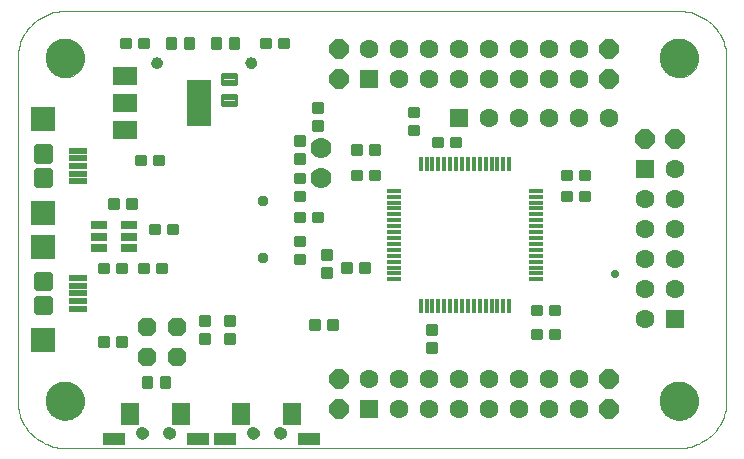
<source format=gts>
G75*
%MOIN*%
%OFA0B0*%
%FSLAX24Y24*%
%IPPOS*%
%LPD*%
%AMOC8*
5,1,8,0,0,1.08239X$1,22.5*
%
%ADD10C,0.0098*%
%ADD11R,0.0827X0.0631*%
%ADD12R,0.0827X0.1536*%
%ADD13C,0.0110*%
%ADD14OC8,0.0640*%
%ADD15R,0.0512X0.0134*%
%ADD16R,0.0134X0.0512*%
%ADD17OC8,0.0360*%
%ADD18R,0.0631X0.0631*%
%ADD19C,0.0631*%
%ADD20C,0.0000*%
%ADD21C,0.1300*%
%ADD22R,0.0560X0.0260*%
%ADD23C,0.0700*%
%ADD24OC8,0.0631*%
%ADD25C,0.0085*%
%ADD26R,0.0638X0.0190*%
%ADD27C,0.0192*%
%ADD28R,0.0788X0.0788*%
%ADD29R,0.0590X0.0740*%
%ADD30R,0.0740X0.0440*%
%ADD31C,0.0414*%
%ADD32C,0.0390*%
%ADD33C,0.0290*%
D10*
X007091Y007112D02*
X007383Y007112D01*
X007383Y006820D01*
X007091Y006820D01*
X007091Y007112D01*
X007091Y006917D02*
X007383Y006917D01*
X007383Y007014D02*
X007091Y007014D01*
X007091Y007111D02*
X007383Y007111D01*
X007691Y007112D02*
X007983Y007112D01*
X007983Y006820D01*
X007691Y006820D01*
X007691Y007112D01*
X007691Y006917D02*
X007983Y006917D01*
X007983Y007014D02*
X007691Y007014D01*
X007691Y007111D02*
X007983Y007111D01*
X010763Y007212D02*
X010763Y006920D01*
X010471Y006920D01*
X010471Y007212D01*
X010763Y007212D01*
X010763Y007017D02*
X010471Y007017D01*
X010471Y007114D02*
X010763Y007114D01*
X010763Y007211D02*
X010471Y007211D01*
X010763Y007520D02*
X010763Y007812D01*
X010763Y007520D02*
X010471Y007520D01*
X010471Y007812D01*
X010763Y007812D01*
X010763Y007617D02*
X010471Y007617D01*
X010471Y007714D02*
X010763Y007714D01*
X010763Y007811D02*
X010471Y007811D01*
X011596Y007812D02*
X011596Y007520D01*
X011304Y007520D01*
X011304Y007812D01*
X011596Y007812D01*
X011596Y007617D02*
X011304Y007617D01*
X011304Y007714D02*
X011596Y007714D01*
X011596Y007811D02*
X011304Y007811D01*
X011596Y007212D02*
X011596Y006920D01*
X011304Y006920D01*
X011304Y007212D01*
X011596Y007212D01*
X011596Y007017D02*
X011304Y007017D01*
X011304Y007114D02*
X011596Y007114D01*
X011596Y007211D02*
X011304Y007211D01*
X014141Y007390D02*
X014433Y007390D01*
X014141Y007390D02*
X014141Y007682D01*
X014433Y007682D01*
X014433Y007390D01*
X014433Y007487D02*
X014141Y007487D01*
X014141Y007584D02*
X014433Y007584D01*
X014433Y007681D02*
X014141Y007681D01*
X014741Y007390D02*
X015033Y007390D01*
X014741Y007390D02*
X014741Y007682D01*
X015033Y007682D01*
X015033Y007390D01*
X015033Y007487D02*
X014741Y007487D01*
X014741Y007584D02*
X015033Y007584D01*
X015033Y007681D02*
X014741Y007681D01*
X014813Y009110D02*
X014813Y009402D01*
X014813Y009110D02*
X014521Y009110D01*
X014521Y009402D01*
X014813Y009402D01*
X014813Y009207D02*
X014521Y009207D01*
X014521Y009304D02*
X014813Y009304D01*
X014813Y009401D02*
X014521Y009401D01*
X014813Y009710D02*
X014813Y010002D01*
X014813Y009710D02*
X014521Y009710D01*
X014521Y010002D01*
X014813Y010002D01*
X014813Y009807D02*
X014521Y009807D01*
X014521Y009904D02*
X014813Y009904D01*
X014813Y010001D02*
X014521Y010001D01*
X013641Y009862D02*
X013641Y009570D01*
X013641Y009862D02*
X013933Y009862D01*
X013933Y009570D01*
X013641Y009570D01*
X013641Y009667D02*
X013933Y009667D01*
X013933Y009764D02*
X013641Y009764D01*
X013641Y009861D02*
X013933Y009861D01*
X013641Y010170D02*
X013641Y010462D01*
X013933Y010462D01*
X013933Y010170D01*
X013641Y010170D01*
X013641Y010267D02*
X013933Y010267D01*
X013933Y010364D02*
X013641Y010364D01*
X013641Y010461D02*
X013933Y010461D01*
X013933Y010970D02*
X013641Y010970D01*
X013641Y011262D01*
X013933Y011262D01*
X013933Y010970D01*
X013933Y011067D02*
X013641Y011067D01*
X013641Y011164D02*
X013933Y011164D01*
X013933Y011261D02*
X013641Y011261D01*
X013933Y011670D02*
X013933Y011962D01*
X013933Y011670D02*
X013641Y011670D01*
X013641Y011962D01*
X013933Y011962D01*
X013933Y011767D02*
X013641Y011767D01*
X013641Y011864D02*
X013933Y011864D01*
X013933Y011961D02*
X013641Y011961D01*
X013933Y012270D02*
X013933Y012562D01*
X013933Y012270D02*
X013641Y012270D01*
X013641Y012562D01*
X013933Y012562D01*
X013933Y012367D02*
X013641Y012367D01*
X013641Y012464D02*
X013933Y012464D01*
X013933Y012561D02*
X013641Y012561D01*
X013933Y012930D02*
X013933Y013222D01*
X013933Y012930D02*
X013641Y012930D01*
X013641Y013222D01*
X013933Y013222D01*
X013933Y013027D02*
X013641Y013027D01*
X013641Y013124D02*
X013933Y013124D01*
X013933Y013221D02*
X013641Y013221D01*
X013933Y013530D02*
X013933Y013822D01*
X013933Y013530D02*
X013641Y013530D01*
X013641Y013822D01*
X013933Y013822D01*
X013933Y013627D02*
X013641Y013627D01*
X013641Y013724D02*
X013933Y013724D01*
X013933Y013821D02*
X013641Y013821D01*
X014533Y014020D02*
X014533Y014312D01*
X014533Y014020D02*
X014241Y014020D01*
X014241Y014312D01*
X014533Y014312D01*
X014533Y014117D02*
X014241Y014117D01*
X014241Y014214D02*
X014533Y014214D01*
X014533Y014311D02*
X014241Y014311D01*
X014533Y014620D02*
X014533Y014912D01*
X014533Y014620D02*
X014241Y014620D01*
X014241Y014912D01*
X014533Y014912D01*
X014533Y014717D02*
X014241Y014717D01*
X014241Y014814D02*
X014533Y014814D01*
X014533Y014911D02*
X014241Y014911D01*
X015541Y013512D02*
X015833Y013512D01*
X015833Y013220D01*
X015541Y013220D01*
X015541Y013512D01*
X015541Y013317D02*
X015833Y013317D01*
X015833Y013414D02*
X015541Y013414D01*
X015541Y013511D02*
X015833Y013511D01*
X016141Y013512D02*
X016433Y013512D01*
X016433Y013220D01*
X016141Y013220D01*
X016141Y013512D01*
X016141Y013317D02*
X016433Y013317D01*
X016433Y013414D02*
X016141Y013414D01*
X016141Y013511D02*
X016433Y013511D01*
X017733Y013870D02*
X017733Y014162D01*
X017733Y013870D02*
X017441Y013870D01*
X017441Y014162D01*
X017733Y014162D01*
X017733Y013967D02*
X017441Y013967D01*
X017441Y014064D02*
X017733Y014064D01*
X017733Y014161D02*
X017441Y014161D01*
X017733Y014470D02*
X017733Y014762D01*
X017733Y014470D02*
X017441Y014470D01*
X017441Y014762D01*
X017733Y014762D01*
X017733Y014567D02*
X017441Y014567D01*
X017441Y014664D02*
X017733Y014664D01*
X017733Y014761D02*
X017441Y014761D01*
X018241Y013762D02*
X018533Y013762D01*
X018533Y013470D01*
X018241Y013470D01*
X018241Y013762D01*
X018241Y013567D02*
X018533Y013567D01*
X018533Y013664D02*
X018241Y013664D01*
X018241Y013761D02*
X018533Y013761D01*
X018841Y013762D02*
X019133Y013762D01*
X019133Y013470D01*
X018841Y013470D01*
X018841Y013762D01*
X018841Y013567D02*
X019133Y013567D01*
X019133Y013664D02*
X018841Y013664D01*
X018841Y013761D02*
X019133Y013761D01*
X016433Y012662D02*
X016141Y012662D01*
X016433Y012662D02*
X016433Y012370D01*
X016141Y012370D01*
X016141Y012662D01*
X016141Y012467D02*
X016433Y012467D01*
X016433Y012564D02*
X016141Y012564D01*
X016141Y012661D02*
X016433Y012661D01*
X015833Y012662D02*
X015541Y012662D01*
X015833Y012662D02*
X015833Y012370D01*
X015541Y012370D01*
X015541Y012662D01*
X015541Y012467D02*
X015833Y012467D01*
X015833Y012564D02*
X015541Y012564D01*
X015541Y012661D02*
X015833Y012661D01*
X014533Y010970D02*
X014241Y010970D01*
X014241Y011262D01*
X014533Y011262D01*
X014533Y010970D01*
X014533Y011067D02*
X014241Y011067D01*
X014241Y011164D02*
X014533Y011164D01*
X014533Y011261D02*
X014241Y011261D01*
X015211Y009572D02*
X015503Y009572D01*
X015503Y009280D01*
X015211Y009280D01*
X015211Y009572D01*
X015211Y009377D02*
X015503Y009377D01*
X015503Y009474D02*
X015211Y009474D01*
X015211Y009571D02*
X015503Y009571D01*
X015811Y009572D02*
X016103Y009572D01*
X016103Y009280D01*
X015811Y009280D01*
X015811Y009572D01*
X015811Y009377D02*
X016103Y009377D01*
X016103Y009474D02*
X015811Y009474D01*
X015811Y009571D02*
X016103Y009571D01*
X018031Y007522D02*
X018031Y007230D01*
X018031Y007522D02*
X018323Y007522D01*
X018323Y007230D01*
X018031Y007230D01*
X018031Y007327D02*
X018323Y007327D01*
X018323Y007424D02*
X018031Y007424D01*
X018031Y007521D02*
X018323Y007521D01*
X018031Y006922D02*
X018031Y006630D01*
X018031Y006922D02*
X018323Y006922D01*
X018323Y006630D01*
X018031Y006630D01*
X018031Y006727D02*
X018323Y006727D01*
X018323Y006824D02*
X018031Y006824D01*
X018031Y006921D02*
X018323Y006921D01*
X021541Y007362D02*
X021833Y007362D01*
X021833Y007070D01*
X021541Y007070D01*
X021541Y007362D01*
X021541Y007167D02*
X021833Y007167D01*
X021833Y007264D02*
X021541Y007264D01*
X021541Y007361D02*
X021833Y007361D01*
X022141Y007362D02*
X022433Y007362D01*
X022433Y007070D01*
X022141Y007070D01*
X022141Y007362D01*
X022141Y007167D02*
X022433Y007167D01*
X022433Y007264D02*
X022141Y007264D01*
X022141Y007361D02*
X022433Y007361D01*
X022433Y008162D02*
X022141Y008162D01*
X022433Y008162D02*
X022433Y007870D01*
X022141Y007870D01*
X022141Y008162D01*
X022141Y007967D02*
X022433Y007967D01*
X022433Y008064D02*
X022141Y008064D01*
X022141Y008161D02*
X022433Y008161D01*
X021833Y008162D02*
X021541Y008162D01*
X021833Y008162D02*
X021833Y007870D01*
X021541Y007870D01*
X021541Y008162D01*
X021541Y007967D02*
X021833Y007967D01*
X021833Y008064D02*
X021541Y008064D01*
X021541Y008161D02*
X021833Y008161D01*
X022541Y011670D02*
X022833Y011670D01*
X022541Y011670D02*
X022541Y011962D01*
X022833Y011962D01*
X022833Y011670D01*
X022833Y011767D02*
X022541Y011767D01*
X022541Y011864D02*
X022833Y011864D01*
X022833Y011961D02*
X022541Y011961D01*
X022541Y012370D02*
X022833Y012370D01*
X022541Y012370D02*
X022541Y012662D01*
X022833Y012662D01*
X022833Y012370D01*
X022833Y012467D02*
X022541Y012467D01*
X022541Y012564D02*
X022833Y012564D01*
X022833Y012661D02*
X022541Y012661D01*
X023141Y012370D02*
X023433Y012370D01*
X023141Y012370D02*
X023141Y012662D01*
X023433Y012662D01*
X023433Y012370D01*
X023433Y012467D02*
X023141Y012467D01*
X023141Y012564D02*
X023433Y012564D01*
X023433Y012661D02*
X023141Y012661D01*
X023141Y011670D02*
X023433Y011670D01*
X023141Y011670D02*
X023141Y011962D01*
X023433Y011962D01*
X023433Y011670D01*
X023433Y011767D02*
X023141Y011767D01*
X023141Y011864D02*
X023433Y011864D01*
X023433Y011961D02*
X023141Y011961D01*
X013383Y016770D02*
X013091Y016770D01*
X013091Y017062D01*
X013383Y017062D01*
X013383Y016770D01*
X013383Y016867D02*
X013091Y016867D01*
X013091Y016964D02*
X013383Y016964D01*
X013383Y017061D02*
X013091Y017061D01*
X012783Y016770D02*
X012491Y016770D01*
X012491Y017062D01*
X012783Y017062D01*
X012783Y016770D01*
X012783Y016867D02*
X012491Y016867D01*
X012491Y016964D02*
X012783Y016964D01*
X012783Y017061D02*
X012491Y017061D01*
X008733Y016770D02*
X008441Y016770D01*
X008441Y017062D01*
X008733Y017062D01*
X008733Y016770D01*
X008733Y016867D02*
X008441Y016867D01*
X008441Y016964D02*
X008733Y016964D01*
X008733Y017061D02*
X008441Y017061D01*
X008133Y016770D02*
X007841Y016770D01*
X007841Y017062D01*
X008133Y017062D01*
X008133Y016770D01*
X008133Y016867D02*
X007841Y016867D01*
X007841Y016964D02*
X008133Y016964D01*
X008133Y017061D02*
X007841Y017061D01*
X008341Y012870D02*
X008633Y012870D01*
X008341Y012870D02*
X008341Y013162D01*
X008633Y013162D01*
X008633Y012870D01*
X008633Y012967D02*
X008341Y012967D01*
X008341Y013064D02*
X008633Y013064D01*
X008633Y013161D02*
X008341Y013161D01*
X008941Y012870D02*
X009233Y012870D01*
X008941Y012870D02*
X008941Y013162D01*
X009233Y013162D01*
X009233Y012870D01*
X009233Y012967D02*
X008941Y012967D01*
X008941Y013064D02*
X009233Y013064D01*
X009233Y013161D02*
X008941Y013161D01*
X008333Y011420D02*
X008041Y011420D01*
X008041Y011712D01*
X008333Y011712D01*
X008333Y011420D01*
X008333Y011517D02*
X008041Y011517D01*
X008041Y011614D02*
X008333Y011614D01*
X008333Y011711D02*
X008041Y011711D01*
X007733Y011420D02*
X007441Y011420D01*
X007441Y011712D01*
X007733Y011712D01*
X007733Y011420D01*
X007733Y011517D02*
X007441Y011517D01*
X007441Y011614D02*
X007733Y011614D01*
X007733Y011711D02*
X007441Y011711D01*
X008791Y010570D02*
X009083Y010570D01*
X008791Y010570D02*
X008791Y010862D01*
X009083Y010862D01*
X009083Y010570D01*
X009083Y010667D02*
X008791Y010667D01*
X008791Y010764D02*
X009083Y010764D01*
X009083Y010861D02*
X008791Y010861D01*
X009391Y010570D02*
X009683Y010570D01*
X009391Y010570D02*
X009391Y010862D01*
X009683Y010862D01*
X009683Y010570D01*
X009683Y010667D02*
X009391Y010667D01*
X009391Y010764D02*
X009683Y010764D01*
X009683Y010861D02*
X009391Y010861D01*
X009333Y009270D02*
X009041Y009270D01*
X009041Y009562D01*
X009333Y009562D01*
X009333Y009270D01*
X009333Y009367D02*
X009041Y009367D01*
X009041Y009464D02*
X009333Y009464D01*
X009333Y009561D02*
X009041Y009561D01*
X008733Y009270D02*
X008441Y009270D01*
X008441Y009562D01*
X008733Y009562D01*
X008733Y009270D01*
X008733Y009367D02*
X008441Y009367D01*
X008441Y009464D02*
X008733Y009464D01*
X008733Y009561D02*
X008441Y009561D01*
X007983Y009270D02*
X007691Y009270D01*
X007691Y009562D01*
X007983Y009562D01*
X007983Y009270D01*
X007983Y009367D02*
X007691Y009367D01*
X007691Y009464D02*
X007983Y009464D01*
X007983Y009561D02*
X007691Y009561D01*
X007383Y009270D02*
X007091Y009270D01*
X007091Y009562D01*
X007383Y009562D01*
X007383Y009270D01*
X007383Y009367D02*
X007091Y009367D01*
X007091Y009464D02*
X007383Y009464D01*
X007383Y009561D02*
X007091Y009561D01*
D11*
X007946Y014010D03*
X007946Y014916D03*
X007946Y015821D03*
D12*
X010427Y014916D03*
D13*
X011197Y014851D02*
X011197Y015181D01*
X011677Y015181D01*
X011677Y014851D01*
X011197Y014851D01*
X011197Y014960D02*
X011677Y014960D01*
X011677Y015069D02*
X011197Y015069D01*
X011197Y015178D02*
X011677Y015178D01*
X011197Y015551D02*
X011197Y015881D01*
X011677Y015881D01*
X011677Y015551D01*
X011197Y015551D01*
X011197Y015660D02*
X011677Y015660D01*
X011677Y015769D02*
X011197Y015769D01*
X011197Y015878D02*
X011677Y015878D01*
D14*
X015087Y015716D03*
X015087Y016716D03*
X024087Y016716D03*
X024087Y015716D03*
X025287Y013716D03*
X026287Y013716D03*
X024087Y005716D03*
X024088Y004718D03*
X015087Y004716D03*
X015087Y005716D03*
D15*
X016932Y009039D03*
X016932Y009236D03*
X016932Y009433D03*
X016932Y009630D03*
X016932Y009827D03*
X016932Y010023D03*
X016932Y010220D03*
X016932Y010417D03*
X016932Y010614D03*
X016932Y010811D03*
X016932Y011008D03*
X016932Y011205D03*
X016932Y011401D03*
X016932Y011598D03*
X016932Y011795D03*
X016932Y011992D03*
X021656Y011992D03*
X021656Y011795D03*
X021656Y011598D03*
X021656Y011401D03*
X021656Y011205D03*
X021656Y011008D03*
X021656Y010811D03*
X021656Y010614D03*
X021656Y010417D03*
X021656Y010220D03*
X021656Y010023D03*
X021656Y009827D03*
X021656Y009630D03*
X021656Y009433D03*
X021656Y009236D03*
X021656Y009039D03*
D16*
X020770Y008153D03*
X020574Y008153D03*
X020377Y008153D03*
X020180Y008153D03*
X019983Y008153D03*
X019786Y008153D03*
X019589Y008153D03*
X019392Y008153D03*
X019196Y008153D03*
X018999Y008153D03*
X018802Y008153D03*
X018605Y008153D03*
X018408Y008153D03*
X018211Y008153D03*
X018014Y008153D03*
X017818Y008153D03*
X017818Y012878D03*
X018014Y012878D03*
X018211Y012878D03*
X018408Y012878D03*
X018605Y012878D03*
X018802Y012878D03*
X018999Y012878D03*
X019196Y012878D03*
X019392Y012878D03*
X019589Y012878D03*
X019786Y012878D03*
X019983Y012878D03*
X020180Y012878D03*
X020377Y012878D03*
X020574Y012878D03*
X020770Y012878D03*
D17*
X012556Y011660D03*
X012556Y009738D03*
D18*
X019087Y014416D03*
X016087Y015716D03*
X025287Y012716D03*
X026287Y007716D03*
X016087Y004716D03*
D19*
X017087Y004716D03*
X018087Y004716D03*
X019087Y004716D03*
X020087Y004716D03*
X021087Y004716D03*
X022087Y004716D03*
X023087Y004716D03*
X023087Y005716D03*
X022087Y005716D03*
X021087Y005716D03*
X020087Y005716D03*
X019087Y005716D03*
X018087Y005716D03*
X017087Y005716D03*
X016087Y005716D03*
X025287Y007716D03*
X025287Y008716D03*
X026287Y008716D03*
X026287Y009716D03*
X025287Y009716D03*
X025287Y010716D03*
X026287Y010716D03*
X026287Y011716D03*
X025287Y011716D03*
X026287Y012716D03*
X024087Y014416D03*
X023087Y014416D03*
X022087Y014416D03*
X021087Y014416D03*
X020087Y014416D03*
X020087Y015716D03*
X019087Y015716D03*
X018087Y015716D03*
X017087Y015716D03*
X017087Y016716D03*
X018087Y016716D03*
X019087Y016716D03*
X020087Y016716D03*
X021087Y016716D03*
X022087Y016716D03*
X023087Y016716D03*
X023087Y015716D03*
X022087Y015716D03*
X021087Y015716D03*
X016087Y016716D03*
D20*
X005961Y003416D02*
X026434Y003416D01*
X025804Y004990D02*
X025806Y005040D01*
X025812Y005090D01*
X025822Y005139D01*
X025836Y005187D01*
X025853Y005234D01*
X025874Y005279D01*
X025899Y005323D01*
X025927Y005364D01*
X025959Y005403D01*
X025993Y005440D01*
X026030Y005474D01*
X026070Y005504D01*
X026112Y005531D01*
X026156Y005555D01*
X026202Y005576D01*
X026249Y005592D01*
X026297Y005605D01*
X026347Y005614D01*
X026396Y005619D01*
X026447Y005620D01*
X026497Y005617D01*
X026546Y005610D01*
X026595Y005599D01*
X026643Y005584D01*
X026689Y005566D01*
X026734Y005544D01*
X026777Y005518D01*
X026818Y005489D01*
X026857Y005457D01*
X026893Y005422D01*
X026925Y005384D01*
X026955Y005344D01*
X026982Y005301D01*
X027005Y005257D01*
X027024Y005211D01*
X027040Y005163D01*
X027052Y005114D01*
X027060Y005065D01*
X027064Y005015D01*
X027064Y004965D01*
X027060Y004915D01*
X027052Y004866D01*
X027040Y004817D01*
X027024Y004769D01*
X027005Y004723D01*
X026982Y004679D01*
X026955Y004636D01*
X026925Y004596D01*
X026893Y004558D01*
X026857Y004523D01*
X026818Y004491D01*
X026777Y004462D01*
X026734Y004436D01*
X026689Y004414D01*
X026643Y004396D01*
X026595Y004381D01*
X026546Y004370D01*
X026497Y004363D01*
X026447Y004360D01*
X026396Y004361D01*
X026347Y004366D01*
X026297Y004375D01*
X026249Y004388D01*
X026202Y004404D01*
X026156Y004425D01*
X026112Y004449D01*
X026070Y004476D01*
X026030Y004506D01*
X025993Y004540D01*
X025959Y004577D01*
X025927Y004616D01*
X025899Y004657D01*
X025874Y004701D01*
X025853Y004746D01*
X025836Y004793D01*
X025822Y004841D01*
X025812Y004890D01*
X025806Y004940D01*
X025804Y004990D01*
X026434Y003415D02*
X026511Y003417D01*
X026588Y003423D01*
X026665Y003432D01*
X026741Y003445D01*
X026817Y003462D01*
X026891Y003483D01*
X026965Y003507D01*
X027037Y003535D01*
X027107Y003566D01*
X027176Y003601D01*
X027244Y003639D01*
X027309Y003680D01*
X027372Y003725D01*
X027433Y003773D01*
X027492Y003823D01*
X027548Y003876D01*
X027601Y003932D01*
X027651Y003991D01*
X027699Y004052D01*
X027744Y004115D01*
X027785Y004180D01*
X027823Y004248D01*
X027858Y004317D01*
X027889Y004387D01*
X027917Y004459D01*
X027941Y004533D01*
X027962Y004607D01*
X027979Y004683D01*
X027992Y004759D01*
X028001Y004836D01*
X028007Y004913D01*
X028009Y004990D01*
X028009Y016408D01*
X025804Y016408D02*
X025806Y016458D01*
X025812Y016508D01*
X025822Y016557D01*
X025836Y016605D01*
X025853Y016652D01*
X025874Y016697D01*
X025899Y016741D01*
X025927Y016782D01*
X025959Y016821D01*
X025993Y016858D01*
X026030Y016892D01*
X026070Y016922D01*
X026112Y016949D01*
X026156Y016973D01*
X026202Y016994D01*
X026249Y017010D01*
X026297Y017023D01*
X026347Y017032D01*
X026396Y017037D01*
X026447Y017038D01*
X026497Y017035D01*
X026546Y017028D01*
X026595Y017017D01*
X026643Y017002D01*
X026689Y016984D01*
X026734Y016962D01*
X026777Y016936D01*
X026818Y016907D01*
X026857Y016875D01*
X026893Y016840D01*
X026925Y016802D01*
X026955Y016762D01*
X026982Y016719D01*
X027005Y016675D01*
X027024Y016629D01*
X027040Y016581D01*
X027052Y016532D01*
X027060Y016483D01*
X027064Y016433D01*
X027064Y016383D01*
X027060Y016333D01*
X027052Y016284D01*
X027040Y016235D01*
X027024Y016187D01*
X027005Y016141D01*
X026982Y016097D01*
X026955Y016054D01*
X026925Y016014D01*
X026893Y015976D01*
X026857Y015941D01*
X026818Y015909D01*
X026777Y015880D01*
X026734Y015854D01*
X026689Y015832D01*
X026643Y015814D01*
X026595Y015799D01*
X026546Y015788D01*
X026497Y015781D01*
X026447Y015778D01*
X026396Y015779D01*
X026347Y015784D01*
X026297Y015793D01*
X026249Y015806D01*
X026202Y015822D01*
X026156Y015843D01*
X026112Y015867D01*
X026070Y015894D01*
X026030Y015924D01*
X025993Y015958D01*
X025959Y015995D01*
X025927Y016034D01*
X025899Y016075D01*
X025874Y016119D01*
X025853Y016164D01*
X025836Y016211D01*
X025822Y016259D01*
X025812Y016308D01*
X025806Y016358D01*
X025804Y016408D01*
X026434Y017983D02*
X026511Y017981D01*
X026588Y017975D01*
X026665Y017966D01*
X026741Y017953D01*
X026817Y017936D01*
X026891Y017915D01*
X026965Y017891D01*
X027037Y017863D01*
X027107Y017832D01*
X027176Y017797D01*
X027244Y017759D01*
X027309Y017718D01*
X027372Y017673D01*
X027433Y017625D01*
X027492Y017575D01*
X027548Y017522D01*
X027601Y017466D01*
X027651Y017407D01*
X027699Y017346D01*
X027744Y017283D01*
X027785Y017218D01*
X027823Y017150D01*
X027858Y017081D01*
X027889Y017011D01*
X027917Y016939D01*
X027941Y016865D01*
X027962Y016791D01*
X027979Y016715D01*
X027992Y016639D01*
X028001Y016562D01*
X028007Y016485D01*
X028009Y016408D01*
X028007Y016485D01*
X028001Y016562D01*
X027992Y016639D01*
X027979Y016715D01*
X027962Y016791D01*
X027941Y016865D01*
X027917Y016939D01*
X027889Y017011D01*
X027858Y017081D01*
X027823Y017150D01*
X027785Y017218D01*
X027744Y017283D01*
X027699Y017346D01*
X027651Y017407D01*
X027601Y017466D01*
X027548Y017522D01*
X027492Y017575D01*
X027433Y017625D01*
X027372Y017673D01*
X027309Y017718D01*
X027244Y017759D01*
X027176Y017797D01*
X027107Y017832D01*
X027037Y017863D01*
X026965Y017891D01*
X026891Y017915D01*
X026817Y017936D01*
X026741Y017953D01*
X026665Y017966D01*
X026588Y017975D01*
X026511Y017981D01*
X026434Y017983D01*
X005961Y017983D01*
X005331Y016408D02*
X005333Y016458D01*
X005339Y016508D01*
X005349Y016557D01*
X005363Y016605D01*
X005380Y016652D01*
X005401Y016697D01*
X005426Y016741D01*
X005454Y016782D01*
X005486Y016821D01*
X005520Y016858D01*
X005557Y016892D01*
X005597Y016922D01*
X005639Y016949D01*
X005683Y016973D01*
X005729Y016994D01*
X005776Y017010D01*
X005824Y017023D01*
X005874Y017032D01*
X005923Y017037D01*
X005974Y017038D01*
X006024Y017035D01*
X006073Y017028D01*
X006122Y017017D01*
X006170Y017002D01*
X006216Y016984D01*
X006261Y016962D01*
X006304Y016936D01*
X006345Y016907D01*
X006384Y016875D01*
X006420Y016840D01*
X006452Y016802D01*
X006482Y016762D01*
X006509Y016719D01*
X006532Y016675D01*
X006551Y016629D01*
X006567Y016581D01*
X006579Y016532D01*
X006587Y016483D01*
X006591Y016433D01*
X006591Y016383D01*
X006587Y016333D01*
X006579Y016284D01*
X006567Y016235D01*
X006551Y016187D01*
X006532Y016141D01*
X006509Y016097D01*
X006482Y016054D01*
X006452Y016014D01*
X006420Y015976D01*
X006384Y015941D01*
X006345Y015909D01*
X006304Y015880D01*
X006261Y015854D01*
X006216Y015832D01*
X006170Y015814D01*
X006122Y015799D01*
X006073Y015788D01*
X006024Y015781D01*
X005974Y015778D01*
X005923Y015779D01*
X005874Y015784D01*
X005824Y015793D01*
X005776Y015806D01*
X005729Y015822D01*
X005683Y015843D01*
X005639Y015867D01*
X005597Y015894D01*
X005557Y015924D01*
X005520Y015958D01*
X005486Y015995D01*
X005454Y016034D01*
X005426Y016075D01*
X005401Y016119D01*
X005380Y016164D01*
X005363Y016211D01*
X005349Y016259D01*
X005339Y016308D01*
X005333Y016358D01*
X005331Y016408D01*
X004386Y016408D02*
X004388Y016485D01*
X004394Y016562D01*
X004403Y016639D01*
X004416Y016715D01*
X004433Y016791D01*
X004454Y016865D01*
X004478Y016939D01*
X004506Y017011D01*
X004537Y017081D01*
X004572Y017150D01*
X004610Y017218D01*
X004651Y017283D01*
X004696Y017346D01*
X004744Y017407D01*
X004794Y017466D01*
X004847Y017522D01*
X004903Y017575D01*
X004962Y017625D01*
X005023Y017673D01*
X005086Y017718D01*
X005151Y017759D01*
X005219Y017797D01*
X005288Y017832D01*
X005358Y017863D01*
X005430Y017891D01*
X005504Y017915D01*
X005578Y017936D01*
X005654Y017953D01*
X005730Y017966D01*
X005807Y017975D01*
X005884Y017981D01*
X005961Y017983D01*
X005884Y017981D01*
X005807Y017975D01*
X005730Y017966D01*
X005654Y017953D01*
X005578Y017936D01*
X005504Y017915D01*
X005430Y017891D01*
X005358Y017863D01*
X005288Y017832D01*
X005219Y017797D01*
X005151Y017759D01*
X005086Y017718D01*
X005023Y017673D01*
X004962Y017625D01*
X004903Y017575D01*
X004847Y017522D01*
X004794Y017466D01*
X004744Y017407D01*
X004696Y017346D01*
X004651Y017283D01*
X004610Y017218D01*
X004572Y017150D01*
X004537Y017081D01*
X004506Y017011D01*
X004478Y016939D01*
X004454Y016865D01*
X004433Y016791D01*
X004416Y016715D01*
X004403Y016639D01*
X004394Y016562D01*
X004388Y016485D01*
X004386Y016408D01*
X004387Y016408D02*
X004387Y004990D01*
X005331Y004990D02*
X005333Y005040D01*
X005339Y005090D01*
X005349Y005139D01*
X005363Y005187D01*
X005380Y005234D01*
X005401Y005279D01*
X005426Y005323D01*
X005454Y005364D01*
X005486Y005403D01*
X005520Y005440D01*
X005557Y005474D01*
X005597Y005504D01*
X005639Y005531D01*
X005683Y005555D01*
X005729Y005576D01*
X005776Y005592D01*
X005824Y005605D01*
X005874Y005614D01*
X005923Y005619D01*
X005974Y005620D01*
X006024Y005617D01*
X006073Y005610D01*
X006122Y005599D01*
X006170Y005584D01*
X006216Y005566D01*
X006261Y005544D01*
X006304Y005518D01*
X006345Y005489D01*
X006384Y005457D01*
X006420Y005422D01*
X006452Y005384D01*
X006482Y005344D01*
X006509Y005301D01*
X006532Y005257D01*
X006551Y005211D01*
X006567Y005163D01*
X006579Y005114D01*
X006587Y005065D01*
X006591Y005015D01*
X006591Y004965D01*
X006587Y004915D01*
X006579Y004866D01*
X006567Y004817D01*
X006551Y004769D01*
X006532Y004723D01*
X006509Y004679D01*
X006482Y004636D01*
X006452Y004596D01*
X006420Y004558D01*
X006384Y004523D01*
X006345Y004491D01*
X006304Y004462D01*
X006261Y004436D01*
X006216Y004414D01*
X006170Y004396D01*
X006122Y004381D01*
X006073Y004370D01*
X006024Y004363D01*
X005974Y004360D01*
X005923Y004361D01*
X005874Y004366D01*
X005824Y004375D01*
X005776Y004388D01*
X005729Y004404D01*
X005683Y004425D01*
X005639Y004449D01*
X005597Y004476D01*
X005557Y004506D01*
X005520Y004540D01*
X005486Y004577D01*
X005454Y004616D01*
X005426Y004657D01*
X005401Y004701D01*
X005380Y004746D01*
X005363Y004793D01*
X005349Y004841D01*
X005339Y004890D01*
X005333Y004940D01*
X005331Y004990D01*
X004386Y004990D02*
X004388Y004913D01*
X004394Y004836D01*
X004403Y004759D01*
X004416Y004683D01*
X004433Y004607D01*
X004454Y004533D01*
X004478Y004459D01*
X004506Y004387D01*
X004537Y004317D01*
X004572Y004248D01*
X004610Y004180D01*
X004651Y004115D01*
X004696Y004052D01*
X004744Y003991D01*
X004794Y003932D01*
X004847Y003876D01*
X004903Y003823D01*
X004962Y003773D01*
X005023Y003725D01*
X005086Y003680D01*
X005151Y003639D01*
X005219Y003601D01*
X005288Y003566D01*
X005358Y003535D01*
X005430Y003507D01*
X005504Y003483D01*
X005578Y003462D01*
X005654Y003445D01*
X005730Y003432D01*
X005807Y003423D01*
X005884Y003417D01*
X005961Y003415D01*
X005884Y003417D01*
X005807Y003423D01*
X005730Y003432D01*
X005654Y003445D01*
X005578Y003462D01*
X005504Y003483D01*
X005430Y003507D01*
X005358Y003535D01*
X005288Y003566D01*
X005219Y003601D01*
X005151Y003639D01*
X005086Y003680D01*
X005023Y003725D01*
X004962Y003773D01*
X004903Y003823D01*
X004847Y003876D01*
X004794Y003932D01*
X004744Y003991D01*
X004696Y004052D01*
X004651Y004115D01*
X004610Y004180D01*
X004572Y004248D01*
X004537Y004317D01*
X004506Y004387D01*
X004478Y004459D01*
X004454Y004533D01*
X004433Y004607D01*
X004416Y004683D01*
X004403Y004759D01*
X004394Y004836D01*
X004388Y004913D01*
X004386Y004990D01*
X008347Y003916D02*
X008349Y003943D01*
X008355Y003969D01*
X008364Y003994D01*
X008377Y004017D01*
X008393Y004038D01*
X008412Y004057D01*
X008433Y004073D01*
X008456Y004086D01*
X008481Y004095D01*
X008507Y004101D01*
X008534Y004103D01*
X008561Y004101D01*
X008587Y004095D01*
X008612Y004086D01*
X008635Y004073D01*
X008656Y004057D01*
X008675Y004038D01*
X008691Y004017D01*
X008704Y003994D01*
X008713Y003969D01*
X008719Y003943D01*
X008721Y003916D01*
X008719Y003889D01*
X008713Y003863D01*
X008704Y003838D01*
X008691Y003815D01*
X008675Y003794D01*
X008656Y003775D01*
X008635Y003759D01*
X008612Y003746D01*
X008587Y003737D01*
X008561Y003731D01*
X008534Y003729D01*
X008507Y003731D01*
X008481Y003737D01*
X008456Y003746D01*
X008433Y003759D01*
X008412Y003775D01*
X008393Y003794D01*
X008377Y003815D01*
X008364Y003838D01*
X008355Y003863D01*
X008349Y003889D01*
X008347Y003916D01*
X009252Y003916D02*
X009254Y003943D01*
X009260Y003969D01*
X009269Y003994D01*
X009282Y004017D01*
X009298Y004038D01*
X009317Y004057D01*
X009338Y004073D01*
X009361Y004086D01*
X009386Y004095D01*
X009412Y004101D01*
X009439Y004103D01*
X009466Y004101D01*
X009492Y004095D01*
X009517Y004086D01*
X009540Y004073D01*
X009561Y004057D01*
X009580Y004038D01*
X009596Y004017D01*
X009609Y003994D01*
X009618Y003969D01*
X009624Y003943D01*
X009626Y003916D01*
X009624Y003889D01*
X009618Y003863D01*
X009609Y003838D01*
X009596Y003815D01*
X009580Y003794D01*
X009561Y003775D01*
X009540Y003759D01*
X009517Y003746D01*
X009492Y003737D01*
X009466Y003731D01*
X009439Y003729D01*
X009412Y003731D01*
X009386Y003737D01*
X009361Y003746D01*
X009338Y003759D01*
X009317Y003775D01*
X009298Y003794D01*
X009282Y003815D01*
X009269Y003838D01*
X009260Y003863D01*
X009254Y003889D01*
X009252Y003916D01*
X012047Y003916D02*
X012049Y003943D01*
X012055Y003969D01*
X012064Y003994D01*
X012077Y004017D01*
X012093Y004038D01*
X012112Y004057D01*
X012133Y004073D01*
X012156Y004086D01*
X012181Y004095D01*
X012207Y004101D01*
X012234Y004103D01*
X012261Y004101D01*
X012287Y004095D01*
X012312Y004086D01*
X012335Y004073D01*
X012356Y004057D01*
X012375Y004038D01*
X012391Y004017D01*
X012404Y003994D01*
X012413Y003969D01*
X012419Y003943D01*
X012421Y003916D01*
X012419Y003889D01*
X012413Y003863D01*
X012404Y003838D01*
X012391Y003815D01*
X012375Y003794D01*
X012356Y003775D01*
X012335Y003759D01*
X012312Y003746D01*
X012287Y003737D01*
X012261Y003731D01*
X012234Y003729D01*
X012207Y003731D01*
X012181Y003737D01*
X012156Y003746D01*
X012133Y003759D01*
X012112Y003775D01*
X012093Y003794D01*
X012077Y003815D01*
X012064Y003838D01*
X012055Y003863D01*
X012049Y003889D01*
X012047Y003916D01*
X012952Y003916D02*
X012954Y003943D01*
X012960Y003969D01*
X012969Y003994D01*
X012982Y004017D01*
X012998Y004038D01*
X013017Y004057D01*
X013038Y004073D01*
X013061Y004086D01*
X013086Y004095D01*
X013112Y004101D01*
X013139Y004103D01*
X013166Y004101D01*
X013192Y004095D01*
X013217Y004086D01*
X013240Y004073D01*
X013261Y004057D01*
X013280Y004038D01*
X013296Y004017D01*
X013309Y003994D01*
X013318Y003969D01*
X013324Y003943D01*
X013326Y003916D01*
X013324Y003889D01*
X013318Y003863D01*
X013309Y003838D01*
X013296Y003815D01*
X013280Y003794D01*
X013261Y003775D01*
X013240Y003759D01*
X013217Y003746D01*
X013192Y003737D01*
X013166Y003731D01*
X013139Y003729D01*
X013112Y003731D01*
X013086Y003737D01*
X013061Y003746D01*
X013038Y003759D01*
X013017Y003775D01*
X012998Y003794D01*
X012982Y003815D01*
X012969Y003838D01*
X012960Y003863D01*
X012954Y003889D01*
X012952Y003916D01*
X026434Y003415D02*
X026511Y003417D01*
X026588Y003423D01*
X026665Y003432D01*
X026741Y003445D01*
X026817Y003462D01*
X026891Y003483D01*
X026965Y003507D01*
X027037Y003535D01*
X027107Y003566D01*
X027176Y003601D01*
X027244Y003639D01*
X027309Y003680D01*
X027372Y003725D01*
X027433Y003773D01*
X027492Y003823D01*
X027548Y003876D01*
X027601Y003932D01*
X027651Y003991D01*
X027699Y004052D01*
X027744Y004115D01*
X027785Y004180D01*
X027823Y004248D01*
X027858Y004317D01*
X027889Y004387D01*
X027917Y004459D01*
X027941Y004533D01*
X027962Y004607D01*
X027979Y004683D01*
X027992Y004759D01*
X028001Y004836D01*
X028007Y004913D01*
X028009Y004990D01*
X011988Y016253D02*
X011990Y016279D01*
X011996Y016305D01*
X012005Y016329D01*
X012018Y016352D01*
X012035Y016372D01*
X012054Y016390D01*
X012076Y016405D01*
X012099Y016416D01*
X012124Y016424D01*
X012150Y016428D01*
X012176Y016428D01*
X012202Y016424D01*
X012227Y016416D01*
X012251Y016405D01*
X012272Y016390D01*
X012291Y016372D01*
X012308Y016352D01*
X012321Y016329D01*
X012330Y016305D01*
X012336Y016279D01*
X012338Y016253D01*
X012336Y016227D01*
X012330Y016201D01*
X012321Y016177D01*
X012308Y016154D01*
X012291Y016134D01*
X012272Y016116D01*
X012250Y016101D01*
X012227Y016090D01*
X012202Y016082D01*
X012176Y016078D01*
X012150Y016078D01*
X012124Y016082D01*
X012099Y016090D01*
X012075Y016101D01*
X012054Y016116D01*
X012035Y016134D01*
X012018Y016154D01*
X012005Y016177D01*
X011996Y016201D01*
X011990Y016227D01*
X011988Y016253D01*
X008838Y016253D02*
X008840Y016279D01*
X008846Y016305D01*
X008855Y016329D01*
X008868Y016352D01*
X008885Y016372D01*
X008904Y016390D01*
X008926Y016405D01*
X008949Y016416D01*
X008974Y016424D01*
X009000Y016428D01*
X009026Y016428D01*
X009052Y016424D01*
X009077Y016416D01*
X009101Y016405D01*
X009122Y016390D01*
X009141Y016372D01*
X009158Y016352D01*
X009171Y016329D01*
X009180Y016305D01*
X009186Y016279D01*
X009188Y016253D01*
X009186Y016227D01*
X009180Y016201D01*
X009171Y016177D01*
X009158Y016154D01*
X009141Y016134D01*
X009122Y016116D01*
X009100Y016101D01*
X009077Y016090D01*
X009052Y016082D01*
X009026Y016078D01*
X009000Y016078D01*
X008974Y016082D01*
X008949Y016090D01*
X008925Y016101D01*
X008904Y016116D01*
X008885Y016134D01*
X008868Y016154D01*
X008855Y016177D01*
X008846Y016201D01*
X008840Y016227D01*
X008838Y016253D01*
D21*
X005961Y016408D03*
X005961Y004990D03*
X026434Y004990D03*
X026434Y016408D03*
D22*
X008087Y010836D03*
X008087Y010466D03*
X008087Y010096D03*
X007087Y010096D03*
X007087Y010466D03*
X007087Y010836D03*
D23*
X014487Y012416D03*
X014487Y013416D03*
D24*
X009687Y007466D03*
X008687Y007466D03*
X008687Y006466D03*
X009687Y006466D03*
D25*
X009415Y005769D02*
X009159Y005769D01*
X009415Y005769D02*
X009415Y005463D01*
X009159Y005463D01*
X009159Y005769D01*
X009159Y005547D02*
X009415Y005547D01*
X009415Y005631D02*
X009159Y005631D01*
X009159Y005715D02*
X009415Y005715D01*
X008815Y005769D02*
X008559Y005769D01*
X008815Y005769D02*
X008815Y005463D01*
X008559Y005463D01*
X008559Y005769D01*
X008559Y005547D02*
X008815Y005547D01*
X008815Y005631D02*
X008559Y005631D01*
X008559Y005715D02*
X008815Y005715D01*
X009359Y016763D02*
X009615Y016763D01*
X009359Y016763D02*
X009359Y017069D01*
X009615Y017069D01*
X009615Y016763D01*
X009615Y016847D02*
X009359Y016847D01*
X009359Y016931D02*
X009615Y016931D01*
X009615Y017015D02*
X009359Y017015D01*
X009959Y016763D02*
X010215Y016763D01*
X009959Y016763D02*
X009959Y017069D01*
X010215Y017069D01*
X010215Y016763D01*
X010215Y016847D02*
X009959Y016847D01*
X009959Y016931D02*
X010215Y016931D01*
X010215Y017015D02*
X009959Y017015D01*
X010859Y016763D02*
X011115Y016763D01*
X010859Y016763D02*
X010859Y017069D01*
X011115Y017069D01*
X011115Y016763D01*
X011115Y016847D02*
X010859Y016847D01*
X010859Y016931D02*
X011115Y016931D01*
X011115Y017015D02*
X010859Y017015D01*
X011459Y016763D02*
X011715Y016763D01*
X011459Y016763D02*
X011459Y017069D01*
X011715Y017069D01*
X011715Y016763D01*
X011715Y016847D02*
X011459Y016847D01*
X011459Y016931D02*
X011715Y016931D01*
X011715Y017015D02*
X011459Y017015D01*
D26*
X006387Y013327D03*
X006387Y013072D03*
X006387Y012816D03*
X006387Y012560D03*
X006387Y012304D03*
X006387Y009087D03*
X006387Y008832D03*
X006387Y008576D03*
X006387Y008320D03*
X006387Y008064D03*
D27*
X005013Y007952D02*
X005013Y008400D01*
X005461Y008400D01*
X005461Y007952D01*
X005013Y007952D01*
X005013Y008143D02*
X005461Y008143D01*
X005461Y008334D02*
X005013Y008334D01*
X005013Y008752D02*
X005013Y009200D01*
X005461Y009200D01*
X005461Y008752D01*
X005013Y008752D01*
X005013Y008943D02*
X005461Y008943D01*
X005461Y009134D02*
X005013Y009134D01*
X005013Y012192D02*
X005013Y012640D01*
X005461Y012640D01*
X005461Y012192D01*
X005013Y012192D01*
X005013Y012383D02*
X005461Y012383D01*
X005461Y012574D02*
X005013Y012574D01*
X005013Y012992D02*
X005013Y013440D01*
X005461Y013440D01*
X005461Y012992D01*
X005013Y012992D01*
X005013Y013183D02*
X005461Y013183D01*
X005461Y013374D02*
X005013Y013374D01*
D28*
X005237Y014371D03*
X005237Y011260D03*
X005237Y010131D03*
X005237Y007020D03*
D29*
X008137Y004566D03*
X009837Y004566D03*
X011837Y004566D03*
X013537Y004566D03*
D30*
X014087Y003716D03*
X011287Y003716D03*
X010387Y003716D03*
X007587Y003716D03*
D31*
X008534Y003916D03*
X009439Y003916D03*
X012234Y003916D03*
X013139Y003916D03*
D32*
X012163Y016253D03*
X009013Y016253D03*
D33*
X024287Y009216D03*
M02*

</source>
